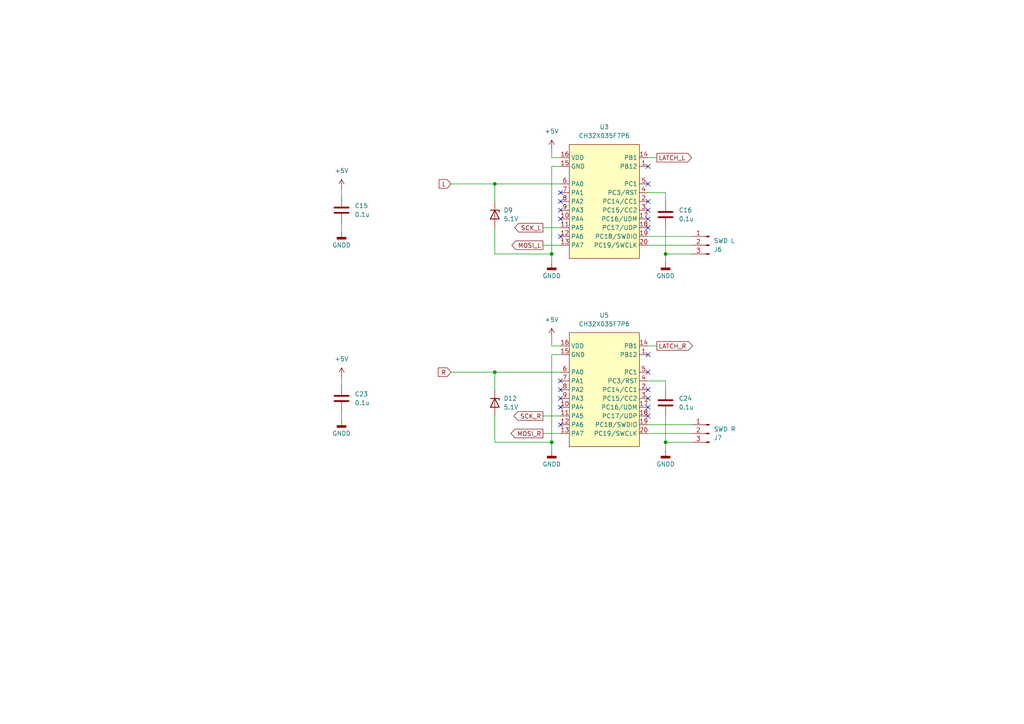
<source format=kicad_sch>
(kicad_sch (version 20250114) (generator "eeschema") (generator_version "9.0")
  (paper "A4")
  (lib_symbols
    (symbol "Connector:Conn_01x03_Pin" (pin_names (offset 1.016) (hide yes))
      (property "Reference" "J" (at 0 5.08 0))
      (property "Value" "Conn_01x03_Pin" (at 0 -5.08 0))
      (symbol "Conn_01x03_Pin_1_1"
        (rectangle (start 0.8636 2.667) (end 0 2.413) (stroke (width 0.1524)) (fill (type outline)))
        (rectangle (start 0.8636 0.127) (end 0 -0.127) (stroke (width 0.1524)) (fill (type outline)))
        (rectangle (start 0.8636 -2.413) (end 0 -2.667) (stroke (width 0.1524)) (fill (type outline)))
        (polyline (pts (xy 1.27 2.54) (xy 0.8636 2.54)) (stroke (width 0.1524)))
        (polyline (pts (xy 1.27 0) (xy 0.8636 0)) (stroke (width 0.1524)))
        (polyline (pts (xy 1.27 -2.54) (xy 0.8636 -2.54)) (stroke (width 0.1524)))
        (pin passive line (at 5.08 2.54 180) (length 3.81) (name "Pin_1") (number "1"))
        (pin passive line (at 5.08 0 180) (length 3.81) (name "Pin_2") (number "2"))
        (pin passive line (at 5.08 -2.54 180) (length 3.81) (name "Pin_3") (number "3"))
      )
    )
    (symbol "Custom_Symbols:CH32X035F7P6"
      (property "Reference" "U" (at 0 18.288 0))
      (property "Value" "CH32X035F7P6" (at 0 -18.542 0))
      (symbol "CH32X035F7P6_0_0"
        (pin power_in line (at -12.7 12.7 0) (length 2.54) (name "VDD") (number "16"))
        (pin power_in line (at -12.7 10.16 0) (length 2.54) (name "GND") (number "15"))
        (pin bidirectional line (at -12.7 5.08 0) (length 2.54) (name "PA0") (number "6"))
        (pin bidirectional line (at -12.7 2.54 0) (length 2.54) (name "PA1") (number "7"))
        (pin bidirectional line (at -12.7 0 0) (length 2.54) (name "PA2") (number "8"))
        (pin bidirectional line (at -12.7 -2.54 0) (length 2.54) (name "PA3") (number "9"))
        (pin bidirectional line (at -12.7 -5.08 0) (length 2.54) (name "PA4") (number "10"))
        (pin bidirectional line (at -12.7 -7.62 0) (length 2.54) (name "PA5") (number "11"))
        (pin bidirectional line (at -12.7 -10.16 0) (length 2.54) (name "PA6") (number "12"))
        (pin bidirectional line (at -12.7 -12.7 0) (length 2.54) (name "PA7") (number "13"))
        (pin bidirectional line (at 12.7 12.7 180) (length 2.54) (name "PB1") (number "14"))
        (pin bidirectional line (at 12.7 10.16 180) (length 2.54) (name "PB12") (number "1"))
        (pin bidirectional line (at 12.7 5.08 180) (length 2.54) (name "PC1") (number "5"))
        (pin bidirectional line (at 12.7 2.54 180) (length 2.54) (name "PC3/RST") (number "4"))
        (pin bidirectional line (at 12.7 0 180) (length 2.54) (name "PC14/CC1") (number "2"))
        (pin bidirectional line (at 12.7 -2.54 180) (length 2.54) (name "PC15/CC2") (number "3"))
        (pin bidirectional line (at 12.7 -5.08 180) (length 2.54) (name "PC16/UDM") (number "17"))
        (pin bidirectional line (at 12.7 -7.62 180) (length 2.54) (name "PC17/UDP") (number "18"))
        (pin bidirectional line (at 12.7 -10.16 180) (length 2.54) (name "PC18/SWDIO") (number "19"))
        (pin bidirectional line (at 12.7 -12.7 180) (length 2.54) (name "PC19/SWCLK") (number "20"))
      )
      (symbol "CH32X035F7P6_1_1"
        (rectangle (start -10.16 16.51) (end 10.16 -16.51) (fill (type background)))
      )
    )
    (symbol "Device:C" (pin_numbers (hide yes)) (pin_names (offset 0.254))
      (property "Reference" "C" (at 0.635 2.54 0))
      (property "Value" "C" (at 0.635 -2.54 0))
      (symbol "C_0_1"
        (polyline (pts (xy -2.032 0.762) (xy 2.032 0.762)) (stroke (width 0.508)))
        (polyline (pts (xy -2.032 -0.762) (xy 2.032 -0.762)) (stroke (width 0.508)))
      )
      (symbol "C_1_1"
        (pin passive line (at 0 3.81 270) (length 2.794) (name "~") (number "1"))
        (pin passive line (at 0 -3.81 90) (length 2.794) (name "~") (number "2"))
      )
    )
    (symbol "Device:D_Zener" (pin_numbers (hide yes)) (pin_names (offset 1.016) (hide yes))
      (property "Reference" "D" (at 0 2.54 0))
      (property "Value" "D_Zener" (at 0 -2.54 0))
      (symbol "D_Zener_0_1"
        (polyline (pts (xy -1.27 -1.27) (xy -1.27 1.27) (xy -0.762 1.27)) (stroke (width 0.254)))
        (polyline (pts (xy 1.27 0) (xy -1.27 0)))
        (polyline (pts (xy 1.27 -1.27) (xy 1.27 1.27) (xy -1.27 0) (xy 1.27 -1.27)) (stroke (width 0.254)))
      )
      (symbol "D_Zener_1_1"
        (pin passive line (at -3.81 0 0) (length 2.54) (name "K") (number "1"))
        (pin passive line (at 3.81 0 180) (length 2.54) (name "A") (number "2"))
      )
    )
    (symbol "power:+5V" (power) (pin_numbers (hide yes)) (pin_names (offset 0) (hide yes))
      (property "Value" "+5V" (at 0 3.556 0))
      (symbol "+5V_0_1"
        (polyline (pts (xy -0.762 1.27) (xy 0 2.54)))
        (polyline (pts (xy 0 2.54) (xy 0.762 1.27)))
        (polyline (pts (xy 0 0) (xy 0 2.54)))
      )
      (symbol "+5V_1_1"
        (pin power_in line (at 0 0 90) (length 0) (name "~") (number "1"))
      )
    )
    (symbol "power:GNDD" (power) (pin_numbers (hide yes)) (pin_names (offset 0) (hide yes))
      (property "Value" "GNDD" (at 0 -3.175 0))
      (symbol "GNDD_0_1"
        (rectangle (start -1.27 -1.524) (end 1.27 -2.032) (stroke (width 0.254)) (fill (type outline)))
        (polyline (pts (xy 0 0) (xy 0 -1.524)))
      )
      (symbol "GNDD_1_1"
        (pin power_in line (at 0 0 270) (length 0) (name "~") (number "1"))
      )
    )
  )
  (junction (at 193.04 73.66))
  (junction (at 143.51 107.95))
  (junction (at 143.51 53.34))
  (junction (at 160.02 73.66))
  (junction (at 193.04 128.27))
  (junction (at 160.02 128.27))
  (no_connect (at 187.96 66.04))
  (no_connect (at 187.96 63.5))
  (no_connect (at 187.96 102.87))
  (no_connect (at 162.56 113.03))
  (no_connect (at 187.96 60.96))
  (no_connect (at 162.56 60.96))
  (no_connect (at 162.56 115.57))
  (no_connect (at 187.96 53.34))
  (no_connect (at 162.56 68.58))
  (no_connect (at 162.56 55.88))
  (no_connect (at 187.96 48.26))
  (no_connect (at 187.96 107.95))
  (no_connect (at 187.96 120.65))
  (no_connect (at 187.96 118.11))
  (no_connect (at 162.56 110.49))
  (no_connect (at 162.56 63.5))
  (no_connect (at 187.96 113.03))
  (no_connect (at 162.56 118.11))
  (no_connect (at 187.96 58.42))
  (no_connect (at 162.56 123.19))
  (no_connect (at 187.96 115.57))
  (no_connect (at 162.56 58.42))
  (wire (pts (xy 157.48 120.65) (xy 162.56 120.65)))
  (wire (pts (xy 187.96 123.19) (xy 200.66 123.19)))
  (wire (pts (xy 157.48 71.12) (xy 162.56 71.12)))
  (wire (pts (xy 160.02 73.66) (xy 160.02 48.26)))
  (wire (pts (xy 160.02 48.26) (xy 162.56 48.26)))
  (wire (pts (xy 187.96 68.58) (xy 200.66 68.58)))
  (wire (pts (xy 193.04 73.66) (xy 200.66 73.66)))
  (wire (pts (xy 193.04 73.66) (xy 193.04 76.2)))
  (wire (pts (xy 143.51 107.95) (xy 162.56 107.95)))
  (wire (pts (xy 130.81 107.95) (xy 143.51 107.95)))
  (wire (pts (xy 157.48 66.04) (xy 162.56 66.04)))
  (wire (pts (xy 160.02 130.81) (xy 160.02 128.27)))
  (wire (pts (xy 99.06 119.38) (xy 99.06 121.92)))
  (wire (pts (xy 193.04 113.03) (xy 193.04 110.49)))
  (wire (pts (xy 187.96 45.72) (xy 190.5 45.72)))
  (wire (pts (xy 193.04 55.88) (xy 187.96 55.88)))
  (wire (pts (xy 160.02 43.18) (xy 160.02 45.72)))
  (wire (pts (xy 143.51 53.34) (xy 143.51 58.42)))
  (wire (pts (xy 160.02 128.27) (xy 160.02 102.87)))
  (wire (pts (xy 160.02 102.87) (xy 162.56 102.87)))
  (wire (pts (xy 193.04 128.27) (xy 193.04 130.81)))
  (wire (pts (xy 187.96 71.12) (xy 200.66 71.12)))
  (wire (pts (xy 193.04 128.27) (xy 200.66 128.27)))
  (wire (pts (xy 162.56 45.72) (xy 160.02 45.72)))
  (wire (pts (xy 193.04 110.49) (xy 187.96 110.49)))
  (wire (pts (xy 193.04 66.04) (xy 193.04 73.66)))
  (wire (pts (xy 143.51 128.27) (xy 160.02 128.27)))
  (wire (pts (xy 160.02 76.2) (xy 160.02 73.66)))
  (wire (pts (xy 143.51 120.65) (xy 143.51 128.27)))
  (wire (pts (xy 160.02 97.79) (xy 160.02 100.33)))
  (wire (pts (xy 143.51 73.66) (xy 160.02 73.66)))
  (wire (pts (xy 143.51 66.04) (xy 143.51 73.66)))
  (wire (pts (xy 193.04 58.42) (xy 193.04 55.88)))
  (wire (pts (xy 143.51 53.34) (xy 162.56 53.34)))
  (wire (pts (xy 157.48 125.73) (xy 162.56 125.73)))
  (wire (pts (xy 162.56 100.33) (xy 160.02 100.33)))
  (wire (pts (xy 143.51 107.95) (xy 143.51 113.03)))
  (wire (pts (xy 187.96 100.33) (xy 190.5 100.33)))
  (wire (pts (xy 99.06 54.61) (xy 99.06 57.15)))
  (wire (pts (xy 193.04 120.65) (xy 193.04 128.27)))
  (wire (pts (xy 130.81 53.34) (xy 143.51 53.34)))
  (wire (pts (xy 99.06 64.77) (xy 99.06 67.31)))
  (wire (pts (xy 99.06 109.22) (xy 99.06 111.76)))
  (wire (pts (xy 187.96 125.73) (xy 200.66 125.73)))
  (global_label "LATCH_R" (shape output) (at 190.5 100.33 0) (property "Intersheetrefs" "${INTERSHEET_REFS}" (effects (hide yes))))
  (global_label "R" (shape input) (at 130.81 107.95 180) (property "Intersheetrefs" "${INTERSHEET_REFS}" (effects (hide yes))))
  (global_label "SCK_L" (shape output) (at 157.48 66.04 180) (property "Intersheetrefs" "${INTERSHEET_REFS}" (effects (hide yes))))
  (global_label "MOSI_L" (shape output) (at 157.48 71.12 180) (property "Intersheetrefs" "${INTERSHEET_REFS}" (effects (hide yes))))
  (global_label "SCK_R" (shape output) (at 157.48 120.65 180) (property "Intersheetrefs" "${INTERSHEET_REFS}" (effects (hide yes))))
  (global_label "L" (shape input) (at 130.81 53.34 180) (property "Intersheetrefs" "${INTERSHEET_REFS}" (effects (hide yes))))
  (global_label "MOSI_R" (shape output) (at 157.48 125.73 180) (property "Intersheetrefs" "${INTERSHEET_REFS}" (effects (hide yes))))
  (global_label "LATCH_L" (shape output) (at 190.5 45.72 0) (property "Intersheetrefs" "${INTERSHEET_REFS}" (effects (hide yes))))
  (symbol (lib_id "Custom_Symbols:CH32X035F7P6") (at 175.26 58.42 0) (unit 1)
    (property "Reference" "U3" (at 175.26 36.83 0))
    (property "Value" "CH32X035F7P6" (at 175.26 39.37 0))
    (property "Footprint" "Package_SO:TSSOP-20_4.4x6.5mm_P0.65mm" (effects (hide yes)))
  )
  (symbol (lib_id "Connector:Conn_01x03_Pin") (at 205.74 125.73 0) (mirror y) (unit 1)
    (property "Reference" "J7" (at 207.01 127.0001 0) (effects (justify right)))
    (property "Value" "SWD R" (at 207.01 124.4601 0) (effects (justify right)))
    (property "Footprint" "Connector_PinHeader_2.54mm:PinHeader_1x03_P2.54mm_Vertical" (effects (hide yes)))
    (property "Description" "Generic connector, single row, 01x03, script generated" (effects (hide yes)))
  )
  (symbol (lib_id "power:GNDD") (at 99.06 121.92 0) (unit 1)
    (property "Reference" "#PWR026" (effects (hide yes)))
    (property "Value" "GNDD" (at 99.06 125.73 0))
    (property "Description" "Power symbol creates a global label with name \"GNDD\" , digital ground" (effects (hide yes)))
  )
  (symbol (lib_id "power:+5V") (at 160.02 97.79 0) (unit 1)
    (property "Reference" "#PWR0102" (effects (hide yes)))
    (property "Value" "+5V" (at 160.02 92.71 0))
    (property "Description" "Power symbol creates a global label with name \"+5V\"" (effects (hide yes)))
  )
  (symbol (lib_id "power:+5V") (at 99.06 109.22 0) (unit 1)
    (property "Reference" "#PWR025" (effects (hide yes)))
    (property "Value" "+5V" (at 99.06 104.14 0))
    (property "Description" "Power symbol creates a global label with name \"+5V\"" (effects (hide yes)))
  )
  (symbol (lib_id "power:GNDD") (at 193.04 130.81 0) (unit 1)
    (property "Reference" "#PWR028" (effects (hide yes)))
    (property "Value" "GNDD" (at 193.04 134.62 0))
    (property "Description" "Power symbol creates a global label with name \"GNDD\" , digital ground" (effects (hide yes)))
  )
  (symbol (lib_id "power:GNDD") (at 99.06 67.31 0) (unit 1)
    (property "Reference" "#PWR010" (effects (hide yes)))
    (property "Value" "GNDD" (at 99.06 71.12 0))
    (property "Description" "Power symbol creates a global label with name \"GNDD\" , digital ground" (effects (hide yes)))
  )
  (symbol (lib_id "power:GNDD") (at 160.02 76.2 0) (unit 1)
    (property "Reference" "#PWR08" (effects (hide yes)))
    (property "Value" "GNDD" (at 160.02 80.01 0))
    (property "Description" "Power symbol creates a global label with name \"GNDD\" , digital ground" (effects (hide yes)))
  )
  (symbol (lib_id "power:GNDD") (at 193.04 76.2 0) (unit 1)
    (property "Reference" "#PWR011" (effects (hide yes)))
    (property "Value" "GNDD" (at 193.04 80.01 0))
    (property "Description" "Power symbol creates a global label with name \"GNDD\" , digital ground" (effects (hide yes)))
  )
  (symbol (lib_id "power:GNDD") (at 160.02 130.81 0) (unit 1)
    (property "Reference" "#PWR027" (effects (hide yes)))
    (property "Value" "GNDD" (at 160.02 134.62 0))
    (property "Description" "Power symbol creates a global label with name \"GNDD\" , digital ground" (effects (hide yes)))
  )
  (symbol (lib_id "Custom_Symbols:CH32X035F7P6") (at 175.26 113.03 0) (unit 1)
    (property "Reference" "U5" (at 175.26 91.44 0))
    (property "Value" "CH32X035F7P6" (at 175.26 93.98 0))
    (property "Footprint" "Package_SO:TSSOP-20_4.4x6.5mm_P0.65mm" (effects (hide yes)))
  )
  (symbol (lib_id "Device:C") (at 193.04 116.84 0) (unit 1)
    (property "Reference" "C24" (at 196.85 115.5699 0) (effects (justify left)))
    (property "Value" "0.1u" (at 196.85 118.1099 0) (effects (justify left)))
    (property "Footprint" "Capacitor_SMD:C_0805_2012Metric" (effects (hide yes)))
    (property "Description" "Unpolarized capacitor" (effects (hide yes)))
  )
  (symbol (lib_id "Device:C") (at 99.06 115.57 0) (unit 1)
    (property "Reference" "C23" (at 102.87 114.2999 0) (effects (justify left)))
    (property "Value" "0.1u" (at 102.87 116.8399 0) (effects (justify left)))
    (property "Footprint" "Capacitor_SMD:C_0805_2012Metric" (effects (hide yes)))
    (property "Description" "Unpolarized capacitor" (effects (hide yes)))
  )
  (symbol (lib_id "power:+5V") (at 160.02 43.18 0) (unit 1)
    (property "Reference" "#PWR0101" (effects (hide yes)))
    (property "Value" "+5V" (at 160.02 38.1 0))
    (property "Description" "Power symbol creates a global label with name \"+5V\"" (effects (hide yes)))
  )
  (symbol (lib_id "power:+5V") (at 99.06 54.61 0) (unit 1)
    (property "Reference" "#PWR07" (effects (hide yes)))
    (property "Value" "+5V" (at 99.06 49.53 0))
    (property "Description" "Power symbol creates a global label with name \"+5V\"" (effects (hide yes)))
  )
  (symbol (lib_id "Device:C") (at 99.06 60.96 0) (unit 1)
    (property "Reference" "C15" (at 102.87 59.6899 0) (effects (justify left)))
    (property "Value" "0.1u" (at 102.87 62.2299 0) (effects (justify left)))
    (property "Footprint" "Capacitor_SMD:C_0805_2012Metric" (effects (hide yes)))
    (property "Description" "Unpolarized capacitor" (effects (hide yes)))
  )
  (symbol (lib_id "Device:C") (at 193.04 62.23 0) (unit 1)
    (property "Reference" "C16" (at 196.85 60.9599 0) (effects (justify left)))
    (property "Value" "0.1u" (at 196.85 63.4999 0) (effects (justify left)))
    (property "Footprint" "Capacitor_SMD:C_0805_2012Metric" (effects (hide yes)))
    (property "Description" "Unpolarized capacitor" (effects (hide yes)))
  )
  (symbol (lib_id "Device:D_Zener") (at 143.51 62.23 270) (unit 1)
    (property "Reference" "D9" (at 146.05 60.9599 90) (effects (justify left)))
    (property "Value" "5.1V" (at 146.05 63.4999 90) (effects (justify left)))
    (property "Footprint" "Diode_SMD:D_MiniMELF" (effects (hide yes)))
    (property "Description" "Zener diode" (effects (hide yes)))
  )
  (symbol (lib_id "Connector:Conn_01x03_Pin") (at 205.74 71.12 0) (mirror y) (unit 1)
    (property "Reference" "J6" (at 207.01 72.3901 0) (effects (justify right)))
    (property "Value" "SWD L" (at 207.01 69.8501 0) (effects (justify right)))
    (property "Footprint" "Connector_PinHeader_2.54mm:PinHeader_1x03_P2.54mm_Vertical" (effects (hide yes)))
    (property "Description" "Generic connector, single row, 01x03, script generated" (effects (hide yes)))
  )
  (symbol (lib_id "Device:D_Zener") (at 143.51 116.84 270) (unit 1)
    (property "Reference" "D12" (at 146.05 115.5699 90) (effects (justify left)))
    (property "Value" "5.1V" (at 146.05 118.1099 90) (effects (justify left)))
    (property "Footprint" "Diode_SMD:D_MiniMELF" (effects (hide yes)))
    (property "Description" "Zener diode" (effects (hide yes)))
  )
)
</source>
